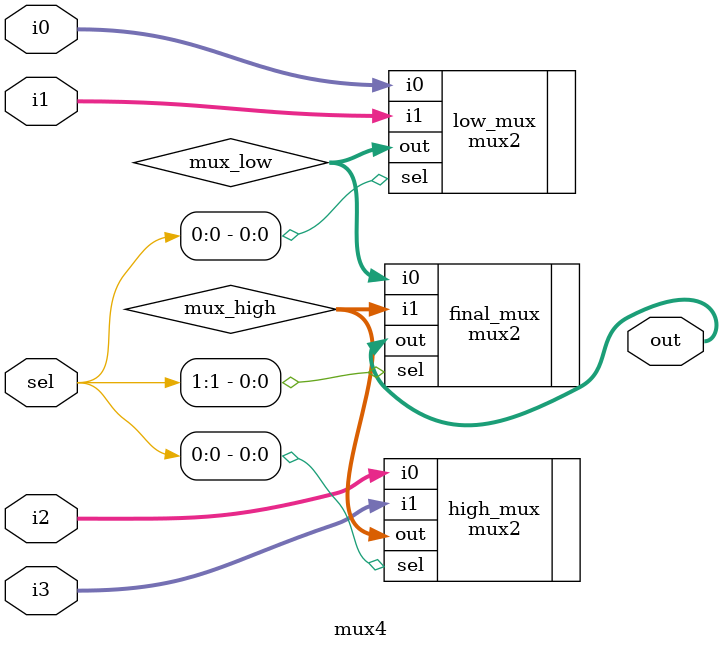
<source format=sv>
module mux4 #(parameter WIDTH = 64) (i0, i1, i2, i3, sel, out);
	input  logic [WIDTH-1:0] i0;
	input  logic [WIDTH-1:0] i1;
	input  logic [WIDTH-1:0] i2;
	input  logic [WIDTH-1:0] i3;
	input  logic [1:0] sel;
	output logic [WIDTH-1:0] out;

	logic [WIDTH-1:0] mux_low, mux_high;

	// First layer: select between i0/i1 and i2/i3
	mux2 #(.WIDTH(WIDTH)) low_mux  (.i0(i0), .i1(i1), .sel(sel[0]), .out(mux_low));
	mux2 #(.WIDTH(WIDTH)) high_mux (.i0(i2), .i1(i3), .sel(sel[0]), .out(mux_high));

	// Second layer: select between mux_low and mux_high
	mux2 #(.WIDTH(WIDTH)) final_mux (.i0(mux_low), .i1(mux_high), .sel(sel[1]), .out(out));

endmodule

</source>
